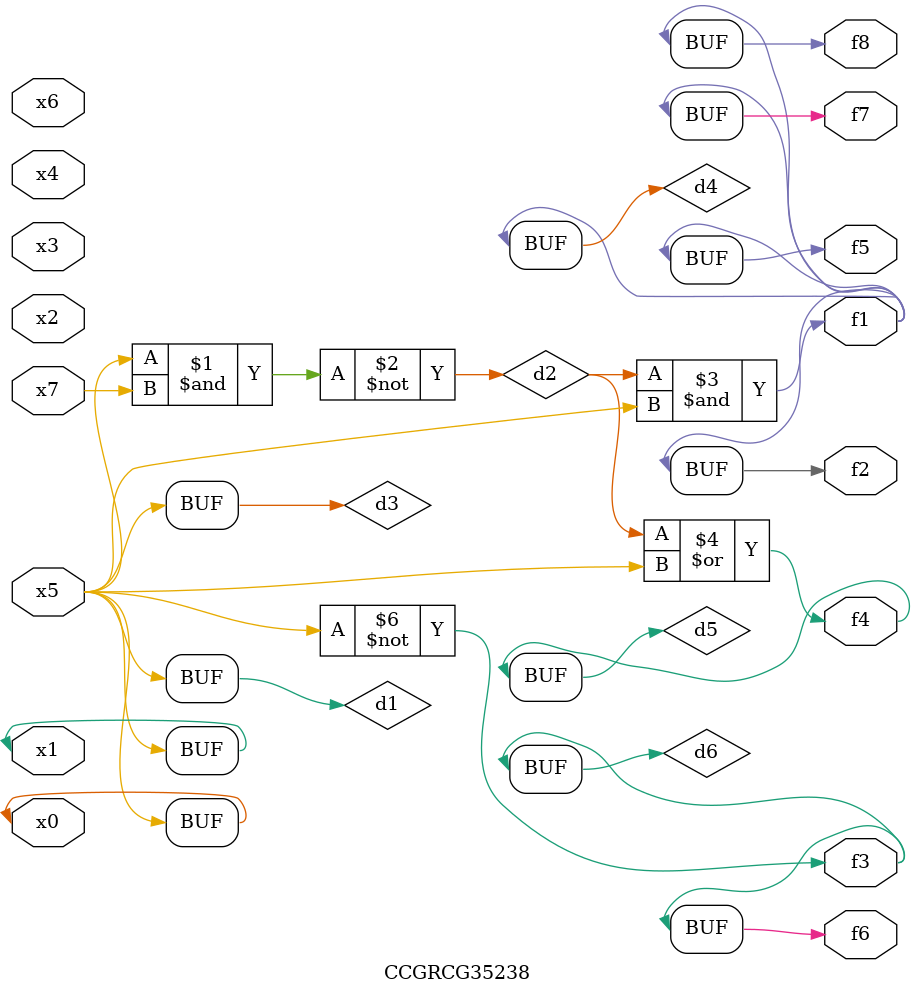
<source format=v>
module CCGRCG35238(
	input x0, x1, x2, x3, x4, x5, x6, x7,
	output f1, f2, f3, f4, f5, f6, f7, f8
);

	wire d1, d2, d3, d4, d5, d6;

	buf (d1, x0, x5);
	nand (d2, x5, x7);
	buf (d3, x0, x1);
	and (d4, d2, d3);
	or (d5, d2, d3);
	nor (d6, d1, d3);
	assign f1 = d4;
	assign f2 = d4;
	assign f3 = d6;
	assign f4 = d5;
	assign f5 = d4;
	assign f6 = d6;
	assign f7 = d4;
	assign f8 = d4;
endmodule

</source>
